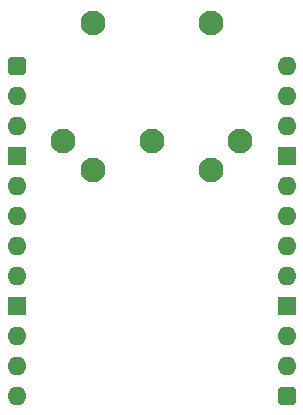
<source format=gbs>
%TF.GenerationSoftware,KiCad,Pcbnew,8.0.7*%
%TF.CreationDate,2025-01-29T12:13:09+02:00*%
%TF.ProjectId,SNES Controller Reader,534e4553-2043-46f6-9e74-726f6c6c6572,V2*%
%TF.SameCoordinates,Original*%
%TF.FileFunction,Soldermask,Bot*%
%TF.FilePolarity,Negative*%
%FSLAX46Y46*%
G04 Gerber Fmt 4.6, Leading zero omitted, Abs format (unit mm)*
G04 Created by KiCad (PCBNEW 8.0.7) date 2025-01-29 12:13:09*
%MOMM*%
%LPD*%
G01*
G04 APERTURE LIST*
G04 Aperture macros list*
%AMRoundRect*
0 Rectangle with rounded corners*
0 $1 Rounding radius*
0 $2 $3 $4 $5 $6 $7 $8 $9 X,Y pos of 4 corners*
0 Add a 4 corners polygon primitive as box body*
4,1,4,$2,$3,$4,$5,$6,$7,$8,$9,$2,$3,0*
0 Add four circle primitives for the rounded corners*
1,1,$1+$1,$2,$3*
1,1,$1+$1,$4,$5*
1,1,$1+$1,$6,$7*
1,1,$1+$1,$8,$9*
0 Add four rect primitives between the rounded corners*
20,1,$1+$1,$2,$3,$4,$5,0*
20,1,$1+$1,$4,$5,$6,$7,0*
20,1,$1+$1,$6,$7,$8,$9,0*
20,1,$1+$1,$8,$9,$2,$3,0*%
G04 Aperture macros list end*
%ADD10C,2.100000*%
%ADD11RoundRect,0.400000X-0.400000X-0.400000X0.400000X-0.400000X0.400000X0.400000X-0.400000X0.400000X0*%
%ADD12O,1.600000X1.600000*%
%ADD13R,1.600000X1.600000*%
G04 APERTURE END LIST*
D10*
%TO.C,J1*%
X3930000Y-6350000D03*
X11430000Y-6350000D03*
X18930000Y-6350000D03*
X6430000Y-8850000D03*
X16430000Y-8850000D03*
X6430000Y3650000D03*
X16430000Y3650000D03*
%TD*%
D11*
%TO.C,J2*%
X0Y0D03*
D12*
X0Y-2540000D03*
X0Y-5080000D03*
D13*
X0Y-7620000D03*
D12*
X0Y-10160000D03*
X0Y-12700000D03*
X0Y-15240000D03*
X0Y-17780000D03*
D13*
X0Y-20320000D03*
D12*
X0Y-22860000D03*
X0Y-25400000D03*
X0Y-27940000D03*
D11*
X22860000Y-27940000D03*
D12*
X22860000Y-25400000D03*
X22860000Y-22860000D03*
D13*
X22860000Y-20320000D03*
D12*
X22860000Y-17780000D03*
X22860000Y-15240000D03*
X22860000Y-12700000D03*
X22860000Y-10160000D03*
D13*
X22860000Y-7620000D03*
D12*
X22860000Y-5080000D03*
X22860000Y-2540000D03*
X22860000Y0D03*
%TD*%
M02*

</source>
